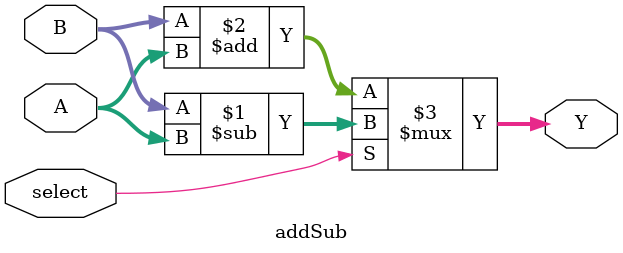
<source format=v>
module addSub #(parameter SIZE = 32) (input [SIZE-1:0] A, input [SIZE-1:0] B, input select,  output [SIZE-1:0] Y);
    assign Y = select ? B-A : B+A;
endmodule
</source>
